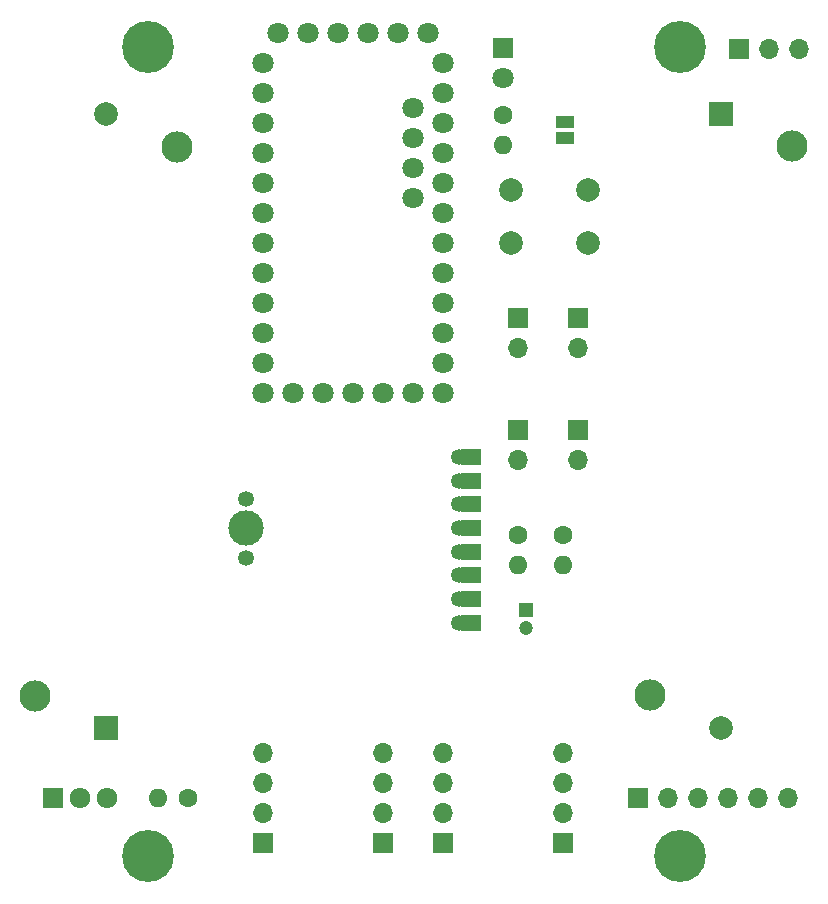
<source format=gbr>
G04 #@! TF.GenerationSoftware,KiCad,Pcbnew,5.1.10-88a1d61d58~88~ubuntu18.04.1*
G04 #@! TF.CreationDate,2021-10-17T09:32:26+02:00*
G04 #@! TF.ProjectId,HB-UNI-SEN-BATT_FUEL4EP,48422d55-4e49-42d5-9345-4e2d42415454,rev?*
G04 #@! TF.SameCoordinates,Original*
G04 #@! TF.FileFunction,Soldermask,Top*
G04 #@! TF.FilePolarity,Negative*
%FSLAX46Y46*%
G04 Gerber Fmt 4.6, Leading zero omitted, Abs format (unit mm)*
G04 Created by KiCad (PCBNEW 5.1.10-88a1d61d58~88~ubuntu18.04.1) date 2021-10-17 09:32:26*
%MOMM*%
%LPD*%
G01*
G04 APERTURE LIST*
%ADD10O,1.700000X1.700000*%
%ADD11R,1.700000X1.700000*%
%ADD12R,2.000000X2.000000*%
%ADD13C,2.000000*%
%ADD14C,2.640000*%
%ADD15C,0.700000*%
%ADD16C,4.400000*%
%ADD17R,1.500000X1.000000*%
%ADD18O,1.600000X1.600000*%
%ADD19C,1.600000*%
%ADD20O,1.717500X1.800000*%
%ADD21R,1.717500X1.800000*%
%ADD22C,1.800000*%
%ADD23R,1.800000X1.800000*%
%ADD24C,1.200000*%
%ADD25R,1.200000X1.200000*%
%ADD26C,3.000000*%
%ADD27C,1.350000*%
%ADD28R,1.800000X1.350000*%
G04 APERTURE END LIST*
D10*
X171069000Y-81343500D03*
X168529000Y-81343500D03*
D11*
X165989000Y-81343500D03*
D12*
X164490000Y-86860000D03*
D13*
X164490000Y-138850000D03*
D14*
X158495000Y-136090000D03*
X170485000Y-89610000D03*
D12*
X112420000Y-138900000D03*
D13*
X112420000Y-86910000D03*
D14*
X118415000Y-89670000D03*
X106425000Y-136150000D03*
D15*
X162272800Y-148477200D03*
X161000000Y-147950000D03*
X159727200Y-148477200D03*
X159200000Y-149750000D03*
X159727200Y-151022800D03*
X161000000Y-151550000D03*
X162272800Y-151022800D03*
X162800000Y-149750000D03*
D16*
X161000000Y-149750000D03*
D15*
X117272800Y-148477200D03*
X116000000Y-147950000D03*
X114727200Y-148477200D03*
X114200000Y-149750000D03*
X114727200Y-151022800D03*
X116000000Y-151550000D03*
X117272800Y-151022800D03*
X117800000Y-149750000D03*
D16*
X116000000Y-149750000D03*
D15*
X162272800Y-79977200D03*
X161000000Y-79450000D03*
X159727200Y-79977200D03*
X159200000Y-81250000D03*
X159727200Y-82522800D03*
X161000000Y-83050000D03*
X162272800Y-82522800D03*
X162800000Y-81250000D03*
D16*
X161000000Y-81250000D03*
D15*
X117272800Y-79977200D03*
X116000000Y-79450000D03*
X114727200Y-79977200D03*
X114200000Y-81250000D03*
X114727200Y-82522800D03*
X116000000Y-83050000D03*
X117272800Y-82522800D03*
X117800000Y-81250000D03*
D16*
X116000000Y-81250000D03*
D13*
X153185000Y-93345000D03*
X153185000Y-97845000D03*
X146685000Y-93345000D03*
X146685000Y-97845000D03*
D17*
X151257000Y-88900000D03*
X151257000Y-87600000D03*
D18*
X147320000Y-125095000D03*
D19*
X147320000Y-122555000D03*
D18*
X151130000Y-125095000D03*
D19*
X151130000Y-122555000D03*
D18*
X116840000Y-144780000D03*
D19*
X119380000Y-144780000D03*
D18*
X146050000Y-89535000D03*
D19*
X146050000Y-86995000D03*
D20*
X112530000Y-144780000D03*
X110240000Y-144780000D03*
D21*
X107950000Y-144780000D03*
D22*
X146050000Y-83820000D03*
D23*
X146050000Y-81280000D03*
D24*
X147955000Y-130405000D03*
D25*
X147955000Y-128905000D03*
D22*
X139700000Y-80010000D03*
X137160000Y-80010000D03*
X134620000Y-80010000D03*
X132080000Y-80010000D03*
X129540000Y-80010000D03*
X127000000Y-80010000D03*
X128270000Y-110490000D03*
X130810000Y-110490000D03*
X133350000Y-110490000D03*
X138430000Y-91440000D03*
X138430000Y-93980000D03*
X125730000Y-110490000D03*
X125730000Y-107950000D03*
X125730000Y-105410000D03*
X125730000Y-102870000D03*
X125730000Y-100330000D03*
X125730000Y-97790000D03*
X125730000Y-95250000D03*
X125730000Y-92710000D03*
X125730000Y-90170000D03*
X125730000Y-87630000D03*
X125730000Y-85090000D03*
X125730000Y-82550000D03*
X140970000Y-82550000D03*
X140970000Y-85090000D03*
X140970000Y-87630000D03*
X140970000Y-90170000D03*
X140970000Y-92710000D03*
X140970000Y-95250000D03*
X140970000Y-97790000D03*
X140970000Y-100330000D03*
X140970000Y-102870000D03*
X140970000Y-105410000D03*
X140970000Y-107950000D03*
X140970000Y-110490000D03*
X138430000Y-110490000D03*
X135890000Y-110490000D03*
X138430000Y-88900000D03*
X138430000Y-86360000D03*
D26*
X124280000Y-121945000D03*
D27*
X124280000Y-119445000D03*
X124280000Y-124445000D03*
D28*
X143280000Y-117945000D03*
X143280000Y-119945000D03*
X143280000Y-121945000D03*
X143280000Y-123945000D03*
X143280000Y-125945000D03*
X143280000Y-127945000D03*
X143280000Y-129945000D03*
D27*
X142280000Y-117945000D03*
X142280000Y-119945000D03*
X142280000Y-121945000D03*
X142280000Y-123945000D03*
X142280000Y-125945000D03*
X142280000Y-127945000D03*
X142280000Y-129945000D03*
D28*
X143280000Y-115945000D03*
D27*
X142280000Y-115945000D03*
D10*
X151130000Y-140970000D03*
X151130000Y-143510000D03*
X151130000Y-146050000D03*
D11*
X151130000Y-148590000D03*
D10*
X140970000Y-140970000D03*
X140970000Y-143510000D03*
X140970000Y-146050000D03*
D11*
X140970000Y-148590000D03*
D10*
X135890000Y-140970000D03*
X135890000Y-143510000D03*
X135890000Y-146050000D03*
D11*
X135890000Y-148590000D03*
D10*
X125730000Y-140970000D03*
X125730000Y-143510000D03*
X125730000Y-146050000D03*
D11*
X125730000Y-148590000D03*
D10*
X170180000Y-144780000D03*
X167640000Y-144780000D03*
X165100000Y-144780000D03*
X162560000Y-144780000D03*
X160020000Y-144780000D03*
D11*
X157480000Y-144780000D03*
D10*
X152400000Y-106680000D03*
D11*
X152400000Y-104140000D03*
D10*
X147320000Y-106680000D03*
D11*
X147320000Y-104140000D03*
D10*
X152400000Y-116205000D03*
D11*
X152400000Y-113665000D03*
D10*
X147320000Y-116205000D03*
D11*
X147320000Y-113665000D03*
M02*

</source>
